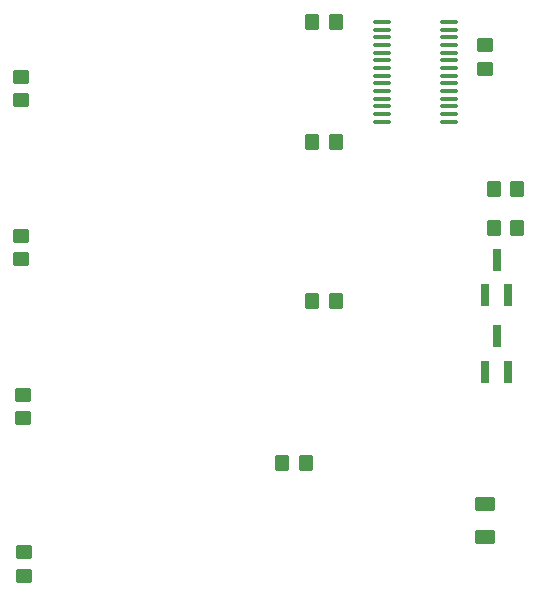
<source format=gbr>
%TF.GenerationSoftware,KiCad,Pcbnew,7.0.7*%
%TF.CreationDate,2024-03-27T23:02:27-04:00*%
%TF.ProjectId,pneu_pwr_brd,706e6575-5f70-4777-925f-6272642e6b69,rev?*%
%TF.SameCoordinates,Original*%
%TF.FileFunction,Paste,Top*%
%TF.FilePolarity,Positive*%
%FSLAX46Y46*%
G04 Gerber Fmt 4.6, Leading zero omitted, Abs format (unit mm)*
G04 Created by KiCad (PCBNEW 7.0.7) date 2024-03-27 23:02:27*
%MOMM*%
%LPD*%
G01*
G04 APERTURE LIST*
G04 Aperture macros list*
%AMRoundRect*
0 Rectangle with rounded corners*
0 $1 Rounding radius*
0 $2 $3 $4 $5 $6 $7 $8 $9 X,Y pos of 4 corners*
0 Add a 4 corners polygon primitive as box body*
4,1,4,$2,$3,$4,$5,$6,$7,$8,$9,$2,$3,0*
0 Add four circle primitives for the rounded corners*
1,1,$1+$1,$2,$3*
1,1,$1+$1,$4,$5*
1,1,$1+$1,$6,$7*
1,1,$1+$1,$8,$9*
0 Add four rect primitives between the rounded corners*
20,1,$1+$1,$2,$3,$4,$5,0*
20,1,$1+$1,$4,$5,$6,$7,0*
20,1,$1+$1,$6,$7,$8,$9,0*
20,1,$1+$1,$8,$9,$2,$3,0*%
G04 Aperture macros list end*
%ADD10RoundRect,0.250000X0.450000X-0.350000X0.450000X0.350000X-0.450000X0.350000X-0.450000X-0.350000X0*%
%ADD11R,0.800000X1.900000*%
%ADD12RoundRect,0.250000X0.350000X0.450000X-0.350000X0.450000X-0.350000X-0.450000X0.350000X-0.450000X0*%
%ADD13RoundRect,0.100000X-0.637500X-0.100000X0.637500X-0.100000X0.637500X0.100000X-0.637500X0.100000X0*%
%ADD14RoundRect,0.250000X-0.350000X-0.450000X0.350000X-0.450000X0.350000X0.450000X-0.350000X0.450000X0*%
%ADD15RoundRect,0.250000X0.625000X-0.375000X0.625000X0.375000X-0.625000X0.375000X-0.625000X-0.375000X0*%
G04 APERTURE END LIST*
D10*
%TO.C,R9*%
X141605000Y-86090000D03*
X141605000Y-84090000D03*
%TD*%
D11*
%TO.C,Q1*%
X180787000Y-82145000D03*
X182687000Y-82145000D03*
X181737000Y-79145000D03*
%TD*%
%TO.C,Q2*%
X180787000Y-75668000D03*
X182687000Y-75668000D03*
X181737000Y-72668000D03*
%TD*%
D10*
%TO.C,R11*%
X141732000Y-99425000D03*
X141732000Y-97425000D03*
%TD*%
%TO.C,R7*%
X141478000Y-72628000D03*
X141478000Y-70628000D03*
%TD*%
D12*
%TO.C,R1*%
X183499000Y-66675000D03*
X181499000Y-66675000D03*
%TD*%
D13*
%TO.C,U3*%
X172016500Y-52544000D03*
X172016500Y-53194000D03*
X172016500Y-53844000D03*
X172016500Y-54494000D03*
X172016500Y-55144000D03*
X172016500Y-55794000D03*
X172016500Y-56444000D03*
X172016500Y-57094000D03*
X172016500Y-57744000D03*
X172016500Y-58394000D03*
X172016500Y-59044000D03*
X172016500Y-59694000D03*
X172016500Y-60344000D03*
X172016500Y-60994000D03*
X177741500Y-60994000D03*
X177741500Y-60344000D03*
X177741500Y-59694000D03*
X177741500Y-59044000D03*
X177741500Y-58394000D03*
X177741500Y-57744000D03*
X177741500Y-57094000D03*
X177741500Y-56444000D03*
X177741500Y-55794000D03*
X177741500Y-55144000D03*
X177741500Y-54494000D03*
X177741500Y-53844000D03*
X177741500Y-53194000D03*
X177741500Y-52544000D03*
%TD*%
D14*
%TO.C,R2*%
X181499000Y-69977000D03*
X183499000Y-69977000D03*
%TD*%
D12*
%TO.C,R4*%
X168132000Y-52578000D03*
X166132000Y-52578000D03*
%TD*%
%TO.C,R8*%
X168148000Y-76200000D03*
X166148000Y-76200000D03*
%TD*%
%TO.C,R10*%
X165592000Y-89916000D03*
X163592000Y-89916000D03*
%TD*%
D10*
%TO.C,R5*%
X141478000Y-59166000D03*
X141478000Y-57166000D03*
%TD*%
D12*
%TO.C,R6*%
X168132000Y-62738000D03*
X166132000Y-62738000D03*
%TD*%
D15*
%TO.C,F1*%
X180721000Y-96142000D03*
X180721000Y-93342000D03*
%TD*%
D10*
%TO.C,R3*%
X180721000Y-56499000D03*
X180721000Y-54499000D03*
%TD*%
M02*

</source>
